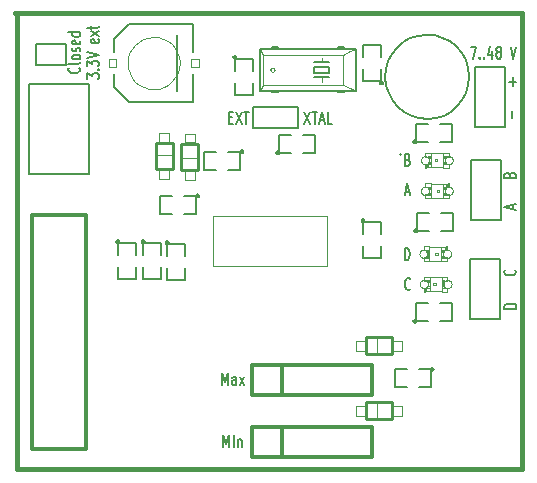
<source format=gto>
G04 (created by PCBNEW-RS274X (2010-05-05 BZR 2356)-stable) date 29/03/2011 14:52:02*
G01*
G70*
G90*
%MOIN*%
G04 Gerber Fmt 3.4, Leading zero omitted, Abs format*
%FSLAX34Y34*%
G04 APERTURE LIST*
%ADD10C,0.006000*%
%ADD11C,0.007400*%
%ADD12C,0.015000*%
%ADD13C,0.002600*%
%ADD14C,0.007000*%
%ADD15C,0.005000*%
%ADD16C,0.002500*%
%ADD17C,0.002000*%
%ADD18C,0.003000*%
%ADD19C,0.010000*%
%ADD20C,0.004000*%
%ADD21C,0.008000*%
%ADD22C,0.012000*%
%ADD23C,0.003900*%
G04 APERTURE END LIST*
G54D10*
G54D11*
X32624Y-25833D02*
X32723Y-25833D01*
X32765Y-26039D02*
X32624Y-26039D01*
X32624Y-25645D01*
X32765Y-25645D01*
X32863Y-25645D02*
X33060Y-26039D01*
X33060Y-25645D02*
X32863Y-26039D01*
X33130Y-25645D02*
X33299Y-25645D01*
X33214Y-26039D02*
X33214Y-25645D01*
X35133Y-25645D02*
X35330Y-26039D01*
X35330Y-25645D02*
X35133Y-26039D01*
X35400Y-25645D02*
X35569Y-25645D01*
X35484Y-26039D02*
X35484Y-25645D01*
X35653Y-25927D02*
X35794Y-25927D01*
X35625Y-26039D02*
X35723Y-25645D01*
X35822Y-26039D01*
X36061Y-26039D02*
X35920Y-26039D01*
X35920Y-25645D01*
X27632Y-24169D02*
X27651Y-24183D01*
X27669Y-24225D01*
X27669Y-24253D01*
X27651Y-24296D01*
X27613Y-24324D01*
X27576Y-24338D01*
X27501Y-24352D01*
X27444Y-24352D01*
X27369Y-24338D01*
X27332Y-24324D01*
X27294Y-24296D01*
X27275Y-24253D01*
X27275Y-24225D01*
X27294Y-24183D01*
X27313Y-24169D01*
X27669Y-24001D02*
X27651Y-24029D01*
X27613Y-24043D01*
X27275Y-24043D01*
X27669Y-23846D02*
X27651Y-23874D01*
X27632Y-23888D01*
X27594Y-23902D01*
X27482Y-23902D01*
X27444Y-23888D01*
X27426Y-23874D01*
X27407Y-23846D01*
X27407Y-23803D01*
X27426Y-23775D01*
X27444Y-23761D01*
X27482Y-23747D01*
X27594Y-23747D01*
X27632Y-23761D01*
X27651Y-23775D01*
X27669Y-23803D01*
X27669Y-23846D01*
X27651Y-23635D02*
X27669Y-23607D01*
X27669Y-23551D01*
X27651Y-23522D01*
X27613Y-23508D01*
X27594Y-23508D01*
X27557Y-23522D01*
X27538Y-23551D01*
X27538Y-23593D01*
X27519Y-23621D01*
X27482Y-23635D01*
X27463Y-23635D01*
X27426Y-23621D01*
X27407Y-23593D01*
X27407Y-23551D01*
X27426Y-23522D01*
X27651Y-23269D02*
X27669Y-23297D01*
X27669Y-23354D01*
X27651Y-23382D01*
X27613Y-23396D01*
X27463Y-23396D01*
X27426Y-23382D01*
X27407Y-23354D01*
X27407Y-23297D01*
X27426Y-23269D01*
X27463Y-23255D01*
X27501Y-23255D01*
X27538Y-23396D01*
X27669Y-23002D02*
X27275Y-23002D01*
X27651Y-23002D02*
X27669Y-23030D01*
X27669Y-23087D01*
X27651Y-23115D01*
X27632Y-23129D01*
X27594Y-23143D01*
X27482Y-23143D01*
X27444Y-23129D01*
X27426Y-23115D01*
X27407Y-23087D01*
X27407Y-23030D01*
X27426Y-23002D01*
X27900Y-24548D02*
X27900Y-24365D01*
X28051Y-24464D01*
X28051Y-24421D01*
X28069Y-24393D01*
X28088Y-24379D01*
X28126Y-24365D01*
X28219Y-24365D01*
X28257Y-24379D01*
X28276Y-24393D01*
X28294Y-24421D01*
X28294Y-24506D01*
X28276Y-24534D01*
X28257Y-24548D01*
X28257Y-24239D02*
X28276Y-24225D01*
X28294Y-24239D01*
X28276Y-24253D01*
X28257Y-24239D01*
X28294Y-24239D01*
X27900Y-24127D02*
X27900Y-23944D01*
X28051Y-24043D01*
X28051Y-24000D01*
X28069Y-23972D01*
X28088Y-23958D01*
X28126Y-23944D01*
X28219Y-23944D01*
X28257Y-23958D01*
X28276Y-23972D01*
X28294Y-24000D01*
X28294Y-24085D01*
X28276Y-24113D01*
X28257Y-24127D01*
X27900Y-23860D02*
X28294Y-23762D01*
X27900Y-23663D01*
X28276Y-23227D02*
X28294Y-23255D01*
X28294Y-23312D01*
X28276Y-23340D01*
X28238Y-23354D01*
X28088Y-23354D01*
X28051Y-23340D01*
X28032Y-23312D01*
X28032Y-23255D01*
X28051Y-23227D01*
X28088Y-23213D01*
X28126Y-23213D01*
X28163Y-23354D01*
X28294Y-23115D02*
X28032Y-22960D01*
X28032Y-23115D02*
X28294Y-22960D01*
X28032Y-22890D02*
X28032Y-22778D01*
X27900Y-22848D02*
X28238Y-22848D01*
X28276Y-22834D01*
X28294Y-22806D01*
X28294Y-22778D01*
X38672Y-31542D02*
X38658Y-31561D01*
X38616Y-31579D01*
X38588Y-31579D01*
X38545Y-31561D01*
X38517Y-31523D01*
X38503Y-31486D01*
X38489Y-31411D01*
X38489Y-31354D01*
X38503Y-31279D01*
X38517Y-31242D01*
X38545Y-31204D01*
X38588Y-31185D01*
X38616Y-31185D01*
X38658Y-31204D01*
X38672Y-31223D01*
X38493Y-30589D02*
X38493Y-30195D01*
X38563Y-30195D01*
X38606Y-30214D01*
X38634Y-30252D01*
X38648Y-30289D01*
X38662Y-30364D01*
X38662Y-30421D01*
X38648Y-30496D01*
X38634Y-30533D01*
X38606Y-30571D01*
X38563Y-30589D01*
X38493Y-30589D01*
X38510Y-28317D02*
X38651Y-28317D01*
X38482Y-28429D02*
X38580Y-28035D01*
X38679Y-28429D01*
X38335Y-27037D02*
X38377Y-27093D01*
X38588Y-27243D02*
X38630Y-27262D01*
X38644Y-27281D01*
X38658Y-27318D01*
X38658Y-27374D01*
X38644Y-27412D01*
X38630Y-27431D01*
X38602Y-27449D01*
X38489Y-27449D01*
X38489Y-27055D01*
X38588Y-27055D01*
X38616Y-27074D01*
X38630Y-27093D01*
X38644Y-27131D01*
X38644Y-27168D01*
X38630Y-27206D01*
X38616Y-27224D01*
X38588Y-27243D01*
X38489Y-27243D01*
X32409Y-34749D02*
X32409Y-34355D01*
X32508Y-34637D01*
X32606Y-34355D01*
X32606Y-34749D01*
X32873Y-34749D02*
X32873Y-34543D01*
X32859Y-34506D01*
X32831Y-34487D01*
X32774Y-34487D01*
X32746Y-34506D01*
X32873Y-34731D02*
X32845Y-34749D01*
X32774Y-34749D01*
X32746Y-34731D01*
X32732Y-34693D01*
X32732Y-34656D01*
X32746Y-34618D01*
X32774Y-34599D01*
X32845Y-34599D01*
X32873Y-34581D01*
X32985Y-34749D02*
X33140Y-34487D01*
X32985Y-34487D02*
X33140Y-34749D01*
X32448Y-36829D02*
X32448Y-36435D01*
X32547Y-36717D01*
X32645Y-36435D01*
X32645Y-36829D01*
X32785Y-36829D02*
X32785Y-36435D01*
X32925Y-36567D02*
X32925Y-36829D01*
X32925Y-36604D02*
X32939Y-36586D01*
X32967Y-36567D01*
X33010Y-36567D01*
X33038Y-36586D01*
X33052Y-36623D01*
X33052Y-36829D01*
X40682Y-23475D02*
X40879Y-23475D01*
X40752Y-23869D01*
X40991Y-23832D02*
X41005Y-23851D01*
X40991Y-23869D01*
X40977Y-23851D01*
X40991Y-23832D01*
X40991Y-23869D01*
X41131Y-23832D02*
X41145Y-23851D01*
X41131Y-23869D01*
X41117Y-23851D01*
X41131Y-23832D01*
X41131Y-23869D01*
X41398Y-23607D02*
X41398Y-23869D01*
X41327Y-23457D02*
X41257Y-23738D01*
X41440Y-23738D01*
X41594Y-23644D02*
X41566Y-23626D01*
X41552Y-23607D01*
X41538Y-23569D01*
X41538Y-23551D01*
X41552Y-23513D01*
X41566Y-23494D01*
X41594Y-23475D01*
X41651Y-23475D01*
X41679Y-23494D01*
X41693Y-23513D01*
X41707Y-23551D01*
X41707Y-23569D01*
X41693Y-23607D01*
X41679Y-23626D01*
X41651Y-23644D01*
X41594Y-23644D01*
X41566Y-23663D01*
X41552Y-23682D01*
X41538Y-23719D01*
X41538Y-23794D01*
X41552Y-23832D01*
X41566Y-23851D01*
X41594Y-23869D01*
X41651Y-23869D01*
X41679Y-23851D01*
X41693Y-23832D01*
X41707Y-23794D01*
X41707Y-23719D01*
X41693Y-23682D01*
X41679Y-23663D01*
X41651Y-23644D01*
X42016Y-23475D02*
X42114Y-23869D01*
X42213Y-23475D01*
X41978Y-24649D02*
X42203Y-24649D01*
X42091Y-24799D02*
X42091Y-24499D01*
X42069Y-25842D02*
X42069Y-25617D01*
X42162Y-30918D02*
X42181Y-30932D01*
X42199Y-30974D01*
X42199Y-31002D01*
X42181Y-31045D01*
X42143Y-31073D01*
X42106Y-31087D01*
X42031Y-31101D01*
X41974Y-31101D01*
X41899Y-31087D01*
X41862Y-31073D01*
X41824Y-31045D01*
X41805Y-31002D01*
X41805Y-30974D01*
X41824Y-30932D01*
X41843Y-30918D01*
X42209Y-32207D02*
X41815Y-32207D01*
X41815Y-32137D01*
X41834Y-32094D01*
X41872Y-32066D01*
X41909Y-32052D01*
X41984Y-32038D01*
X42041Y-32038D01*
X42116Y-32052D01*
X42153Y-32066D01*
X42191Y-32094D01*
X42209Y-32137D01*
X42209Y-32207D01*
X41993Y-27748D02*
X42012Y-27706D01*
X42031Y-27692D01*
X42068Y-27678D01*
X42124Y-27678D01*
X42162Y-27692D01*
X42181Y-27706D01*
X42199Y-27734D01*
X42199Y-27847D01*
X41805Y-27847D01*
X41805Y-27748D01*
X41824Y-27720D01*
X41843Y-27706D01*
X41881Y-27692D01*
X41918Y-27692D01*
X41956Y-27706D01*
X41974Y-27720D01*
X41993Y-27748D01*
X41993Y-27847D01*
X42097Y-28890D02*
X42097Y-28749D01*
X42209Y-28918D02*
X41815Y-28820D01*
X42209Y-28721D01*
G54D12*
X25550Y-22360D02*
X25600Y-22360D01*
X25550Y-37560D02*
X25550Y-22360D01*
X42400Y-37560D02*
X25550Y-37560D01*
X42400Y-22360D02*
X42400Y-37560D01*
X25500Y-22360D02*
X42400Y-22360D01*
G54D13*
X31370Y-24145D02*
X31620Y-24145D01*
X31620Y-24145D02*
X31620Y-23895D01*
X31370Y-23895D02*
X31620Y-23895D01*
X31370Y-24145D02*
X31370Y-23895D01*
X28620Y-24145D02*
X28870Y-24145D01*
X28870Y-24145D02*
X28870Y-23895D01*
X28620Y-23895D02*
X28870Y-23895D01*
X28620Y-24145D02*
X28620Y-23895D01*
G54D14*
X31432Y-22708D02*
X31432Y-23645D01*
X31432Y-24395D02*
X31432Y-25332D01*
X31432Y-25332D02*
X29308Y-25332D01*
X29308Y-25332D02*
X28808Y-24832D01*
X28808Y-24832D02*
X28808Y-24395D01*
X31432Y-22708D02*
X29308Y-22708D01*
X29308Y-22708D02*
X28808Y-23208D01*
X28808Y-23208D02*
X28808Y-23645D01*
G54D15*
X30895Y-23076D02*
X30895Y-24964D01*
G54D16*
X30989Y-24020D02*
X30972Y-24188D01*
X30923Y-24351D01*
X30843Y-24500D01*
X30736Y-24632D01*
X30605Y-24740D01*
X30456Y-24821D01*
X30294Y-24871D01*
X30126Y-24888D01*
X29958Y-24873D01*
X29795Y-24825D01*
X29645Y-24747D01*
X29512Y-24640D01*
X29403Y-24510D01*
X29322Y-24362D01*
X29270Y-24200D01*
X29252Y-24032D01*
X29266Y-23864D01*
X29313Y-23701D01*
X29390Y-23550D01*
X29495Y-23417D01*
X29625Y-23307D01*
X29773Y-23224D01*
X29934Y-23172D01*
X30102Y-23152D01*
X30270Y-23165D01*
X30434Y-23210D01*
X30585Y-23287D01*
X30719Y-23391D01*
X30830Y-23520D01*
X30913Y-23667D01*
X30967Y-23828D01*
X30988Y-23996D01*
X30989Y-24020D01*
G54D17*
X36080Y-23740D02*
X34480Y-23740D01*
G54D10*
X36080Y-23540D02*
X34480Y-23540D01*
G54D17*
X34480Y-24740D02*
X36080Y-24740D01*
G54D10*
X36080Y-24940D02*
X34480Y-24940D01*
X36880Y-23540D02*
X36880Y-24940D01*
G54D17*
X36430Y-24390D02*
X36430Y-24090D01*
G54D10*
X36880Y-23540D02*
X36680Y-23540D01*
G54D17*
X36680Y-23629D02*
X36880Y-23540D01*
X36080Y-24740D02*
X36430Y-24740D01*
X36430Y-24740D02*
X36430Y-24390D01*
G54D10*
X36280Y-23490D02*
X36280Y-23540D01*
X36480Y-23490D02*
X36480Y-23540D01*
X36480Y-23490D02*
X36280Y-23490D01*
G54D17*
X36430Y-24090D02*
X36430Y-23740D01*
X36430Y-23740D02*
X36080Y-23740D01*
G54D10*
X36680Y-23540D02*
X36080Y-23540D01*
G54D17*
X36430Y-23740D02*
X36680Y-23629D01*
G54D10*
X36880Y-24940D02*
X36680Y-24940D01*
G54D17*
X36680Y-24851D02*
X36880Y-24940D01*
X36430Y-24740D02*
X36680Y-24851D01*
G54D10*
X36480Y-24940D02*
X36480Y-24990D01*
X36280Y-24990D02*
X36280Y-24940D01*
X36480Y-24990D02*
X36280Y-24990D01*
X36680Y-24940D02*
X36080Y-24940D01*
X33680Y-23540D02*
X33680Y-24940D01*
G54D17*
X33780Y-24740D02*
X33780Y-23740D01*
X33780Y-23740D02*
X33680Y-23540D01*
X33880Y-23740D02*
X33780Y-23740D01*
G54D10*
X33880Y-23540D02*
X33680Y-23540D01*
G54D17*
X33780Y-24740D02*
X33880Y-24740D01*
X33880Y-24740D02*
X34480Y-24740D01*
G54D10*
X34080Y-23490D02*
X34080Y-23540D01*
X34280Y-23540D02*
X34280Y-23490D01*
X34280Y-23490D02*
X34080Y-23490D01*
G54D17*
X34480Y-23740D02*
X33880Y-23740D01*
G54D10*
X34480Y-23540D02*
X33880Y-23540D01*
G54D17*
X33780Y-24740D02*
X33680Y-24940D01*
G54D10*
X33880Y-24940D02*
X33680Y-24940D01*
X34280Y-24990D02*
X34280Y-24940D01*
X34080Y-24940D02*
X34080Y-24990D01*
X34280Y-24990D02*
X34080Y-24990D01*
X34480Y-24940D02*
X33880Y-24940D01*
X35980Y-24140D02*
X35480Y-24140D01*
X35480Y-24140D02*
X35480Y-24340D01*
X35480Y-24340D02*
X35980Y-24340D01*
X35980Y-24340D02*
X35980Y-24140D01*
X35980Y-24490D02*
X35730Y-24490D01*
X35730Y-24490D02*
X35480Y-24490D01*
G54D17*
X35730Y-24490D02*
X35730Y-24640D01*
G54D10*
X35980Y-23990D02*
X35730Y-23990D01*
X35730Y-23990D02*
X35480Y-23990D01*
G54D17*
X35730Y-23990D02*
X35730Y-23840D01*
G54D18*
X34150Y-24240D02*
X34148Y-24253D01*
X34144Y-24266D01*
X34138Y-24278D01*
X34129Y-24289D01*
X34119Y-24298D01*
X34107Y-24304D01*
X34094Y-24308D01*
X34080Y-24309D01*
X34067Y-24308D01*
X34054Y-24304D01*
X34042Y-24298D01*
X34032Y-24290D01*
X34023Y-24279D01*
X34016Y-24267D01*
X34012Y-24254D01*
X34011Y-24240D01*
X34012Y-24228D01*
X34015Y-24215D01*
X34022Y-24203D01*
X34030Y-24192D01*
X34041Y-24183D01*
X34052Y-24176D01*
X34065Y-24172D01*
X34079Y-24171D01*
X34092Y-24172D01*
X34105Y-24175D01*
X34117Y-24181D01*
X34128Y-24190D01*
X34137Y-24200D01*
X34143Y-24212D01*
X34148Y-24225D01*
X34149Y-24239D01*
X34150Y-24240D01*
G54D13*
X36863Y-33617D02*
X37158Y-33617D01*
X37158Y-33617D02*
X37158Y-33283D01*
X36863Y-33283D02*
X37158Y-33283D01*
X36863Y-33617D02*
X36863Y-33283D01*
X38102Y-33617D02*
X38397Y-33617D01*
X38397Y-33617D02*
X38397Y-33283D01*
X38102Y-33283D02*
X38397Y-33283D01*
X38102Y-33617D02*
X38102Y-33283D01*
X37217Y-33695D02*
X37571Y-33695D01*
X37571Y-33695D02*
X37571Y-33165D01*
X37217Y-33165D02*
X37571Y-33165D01*
X37217Y-33695D02*
X37217Y-33165D01*
G54D19*
X37197Y-33165D02*
X38063Y-33165D01*
X38063Y-33165D02*
X38063Y-33715D01*
X38063Y-33715D02*
X37197Y-33715D01*
X37197Y-33715D02*
X37197Y-33165D01*
G54D15*
X27200Y-23370D02*
X26200Y-23370D01*
X26200Y-24070D02*
X27200Y-24070D01*
X26200Y-24070D02*
X26200Y-23370D01*
X27200Y-23370D02*
X27200Y-24070D01*
X33440Y-26200D02*
X34940Y-26200D01*
X34940Y-26200D02*
X34940Y-25500D01*
X34940Y-25500D02*
X33440Y-25500D01*
X33440Y-26200D02*
X33440Y-25500D01*
G54D13*
X39706Y-30498D02*
X39706Y-30626D01*
X39706Y-30626D02*
X39903Y-30626D01*
X39903Y-30498D02*
X39903Y-30626D01*
X39706Y-30498D02*
X39903Y-30498D01*
X39706Y-30253D02*
X39706Y-30312D01*
X39706Y-30312D02*
X39805Y-30312D01*
X39805Y-30253D02*
X39805Y-30312D01*
X39706Y-30253D02*
X39805Y-30253D01*
X39706Y-30448D02*
X39706Y-30507D01*
X39706Y-30507D02*
X39805Y-30507D01*
X39805Y-30448D02*
X39805Y-30507D01*
X39706Y-30448D02*
X39805Y-30448D01*
X39706Y-30302D02*
X39706Y-30458D01*
X39706Y-30458D02*
X39775Y-30458D01*
X39775Y-30302D02*
X39775Y-30458D01*
X39706Y-30302D02*
X39775Y-30302D01*
X39117Y-30498D02*
X39117Y-30626D01*
X39117Y-30626D02*
X39314Y-30626D01*
X39314Y-30498D02*
X39314Y-30626D01*
X39117Y-30498D02*
X39314Y-30498D01*
X39117Y-30134D02*
X39117Y-30262D01*
X39117Y-30262D02*
X39314Y-30262D01*
X39314Y-30134D02*
X39314Y-30262D01*
X39117Y-30134D02*
X39314Y-30134D01*
X39215Y-30448D02*
X39215Y-30507D01*
X39215Y-30507D02*
X39314Y-30507D01*
X39314Y-30448D02*
X39314Y-30507D01*
X39215Y-30448D02*
X39314Y-30448D01*
X39215Y-30253D02*
X39215Y-30312D01*
X39215Y-30312D02*
X39314Y-30312D01*
X39314Y-30253D02*
X39314Y-30312D01*
X39215Y-30253D02*
X39314Y-30253D01*
X39245Y-30302D02*
X39245Y-30458D01*
X39245Y-30458D02*
X39314Y-30458D01*
X39314Y-30302D02*
X39314Y-30458D01*
X39245Y-30302D02*
X39314Y-30302D01*
X39510Y-30341D02*
X39510Y-30419D01*
X39510Y-30419D02*
X39588Y-30419D01*
X39588Y-30341D02*
X39588Y-30419D01*
X39510Y-30341D02*
X39588Y-30341D01*
X39706Y-30144D02*
X39706Y-30262D01*
X39706Y-30262D02*
X39824Y-30262D01*
X39824Y-30144D02*
X39824Y-30262D01*
X39706Y-30144D02*
X39824Y-30144D01*
X39874Y-30134D02*
X39874Y-30223D01*
X39874Y-30223D02*
X39903Y-30223D01*
X39903Y-30134D02*
X39903Y-30223D01*
X39874Y-30134D02*
X39903Y-30134D01*
G54D20*
X39716Y-30606D02*
X39304Y-30606D01*
X39314Y-30154D02*
X39874Y-30154D01*
G54D17*
X39872Y-30203D02*
X39871Y-30208D01*
X39869Y-30213D01*
X39867Y-30218D01*
X39863Y-30222D01*
X39859Y-30226D01*
X39854Y-30228D01*
X39849Y-30230D01*
X39844Y-30230D01*
X39839Y-30230D01*
X39834Y-30228D01*
X39829Y-30226D01*
X39825Y-30223D01*
X39821Y-30218D01*
X39819Y-30214D01*
X39817Y-30208D01*
X39817Y-30203D01*
X39817Y-30198D01*
X39818Y-30193D01*
X39821Y-30188D01*
X39824Y-30184D01*
X39829Y-30181D01*
X39833Y-30178D01*
X39838Y-30176D01*
X39844Y-30176D01*
X39848Y-30176D01*
X39854Y-30177D01*
X39859Y-30180D01*
X39863Y-30183D01*
X39866Y-30187D01*
X39869Y-30192D01*
X39871Y-30197D01*
X39871Y-30203D01*
X39872Y-30203D01*
G54D20*
X39903Y-30243D02*
X39892Y-30244D01*
X39880Y-30246D01*
X39868Y-30248D01*
X39857Y-30252D01*
X39846Y-30256D01*
X39835Y-30262D01*
X39825Y-30268D01*
X39815Y-30276D01*
X39807Y-30284D01*
X39799Y-30292D01*
X39791Y-30302D01*
X39785Y-30312D01*
X39779Y-30323D01*
X39775Y-30334D01*
X39771Y-30345D01*
X39769Y-30357D01*
X39767Y-30369D01*
X39766Y-30380D01*
X39767Y-30391D01*
X39769Y-30403D01*
X39771Y-30415D01*
X39775Y-30426D01*
X39779Y-30437D01*
X39785Y-30448D01*
X39791Y-30458D01*
X39799Y-30468D01*
X39807Y-30476D01*
X39815Y-30484D01*
X39825Y-30492D01*
X39835Y-30498D01*
X39846Y-30504D01*
X39857Y-30508D01*
X39868Y-30512D01*
X39880Y-30514D01*
X39892Y-30516D01*
X39903Y-30517D01*
X39914Y-30516D01*
X39926Y-30514D01*
X39938Y-30512D01*
X39949Y-30508D01*
X39960Y-30504D01*
X39971Y-30498D01*
X39981Y-30492D01*
X39991Y-30484D01*
X39999Y-30476D01*
X40007Y-30468D01*
X40015Y-30458D01*
X40021Y-30448D01*
X40027Y-30437D01*
X40031Y-30426D01*
X40035Y-30415D01*
X40037Y-30403D01*
X40039Y-30391D01*
X40040Y-30380D01*
X40039Y-30369D01*
X40037Y-30357D01*
X40035Y-30345D01*
X40031Y-30334D01*
X40027Y-30323D01*
X40021Y-30312D01*
X40015Y-30302D01*
X40007Y-30292D01*
X39999Y-30284D01*
X39991Y-30276D01*
X39981Y-30268D01*
X39971Y-30262D01*
X39960Y-30256D01*
X39949Y-30252D01*
X39938Y-30248D01*
X39926Y-30246D01*
X39914Y-30244D01*
X39903Y-30243D01*
X39892Y-30244D01*
X39880Y-30246D01*
X39868Y-30248D01*
X39857Y-30252D01*
X39846Y-30256D01*
X39835Y-30262D01*
X39825Y-30268D01*
X39815Y-30276D01*
X39807Y-30284D01*
X39799Y-30292D01*
X39791Y-30302D01*
X39785Y-30312D01*
X39779Y-30323D01*
X39775Y-30334D01*
X39771Y-30345D01*
X39769Y-30357D01*
X39767Y-30369D01*
X39766Y-30380D01*
X39767Y-30391D01*
X39769Y-30403D01*
X39771Y-30415D01*
X39775Y-30426D01*
X39779Y-30437D01*
X39785Y-30448D01*
X39791Y-30458D01*
X39799Y-30468D01*
X39807Y-30476D01*
X39815Y-30484D01*
X39825Y-30492D01*
X39835Y-30498D01*
X39846Y-30504D01*
X39857Y-30508D01*
X39868Y-30512D01*
X39880Y-30514D01*
X39892Y-30516D01*
X39903Y-30517D01*
X39117Y-30517D02*
X39128Y-30516D01*
X39140Y-30514D01*
X39152Y-30512D01*
X39163Y-30508D01*
X39174Y-30504D01*
X39185Y-30498D01*
X39195Y-30492D01*
X39205Y-30484D01*
X39213Y-30476D01*
X39221Y-30468D01*
X39229Y-30458D01*
X39235Y-30448D01*
X39241Y-30437D01*
X39245Y-30426D01*
X39249Y-30415D01*
X39251Y-30403D01*
X39253Y-30391D01*
X39254Y-30380D01*
X39253Y-30369D01*
X39251Y-30357D01*
X39249Y-30345D01*
X39245Y-30334D01*
X39241Y-30323D01*
X39235Y-30312D01*
X39229Y-30302D01*
X39221Y-30292D01*
X39213Y-30284D01*
X39205Y-30276D01*
X39195Y-30268D01*
X39185Y-30262D01*
X39174Y-30256D01*
X39163Y-30252D01*
X39152Y-30248D01*
X39140Y-30246D01*
X39128Y-30244D01*
X39117Y-30243D01*
X39106Y-30244D01*
X39094Y-30246D01*
X39082Y-30248D01*
X39071Y-30252D01*
X39060Y-30256D01*
X39049Y-30262D01*
X39039Y-30268D01*
X39029Y-30276D01*
X39021Y-30284D01*
X39013Y-30292D01*
X39005Y-30302D01*
X38999Y-30312D01*
X38993Y-30323D01*
X38989Y-30334D01*
X38985Y-30345D01*
X38983Y-30357D01*
X38981Y-30369D01*
X38980Y-30380D01*
X38981Y-30391D01*
X38983Y-30403D01*
X38985Y-30415D01*
X38989Y-30426D01*
X38993Y-30437D01*
X38999Y-30448D01*
X39005Y-30458D01*
X39013Y-30468D01*
X39021Y-30476D01*
X39029Y-30484D01*
X39039Y-30492D01*
X39049Y-30498D01*
X39060Y-30504D01*
X39071Y-30508D01*
X39082Y-30512D01*
X39094Y-30514D01*
X39106Y-30516D01*
X39117Y-30517D01*
X39128Y-30516D01*
X39140Y-30514D01*
X39152Y-30512D01*
X39163Y-30508D01*
X39174Y-30504D01*
X39185Y-30498D01*
X39195Y-30492D01*
X39205Y-30484D01*
X39213Y-30476D01*
X39221Y-30468D01*
X39229Y-30458D01*
X39235Y-30448D01*
X39241Y-30437D01*
X39245Y-30426D01*
X39249Y-30415D01*
X39251Y-30403D01*
X39253Y-30391D01*
X39254Y-30380D01*
X39253Y-30369D01*
X39251Y-30357D01*
X39249Y-30345D01*
X39245Y-30334D01*
X39241Y-30323D01*
X39235Y-30312D01*
X39229Y-30302D01*
X39221Y-30292D01*
X39213Y-30284D01*
X39205Y-30276D01*
X39195Y-30268D01*
X39185Y-30262D01*
X39174Y-30256D01*
X39163Y-30252D01*
X39152Y-30248D01*
X39140Y-30246D01*
X39128Y-30244D01*
X39117Y-30243D01*
G54D13*
X39324Y-31272D02*
X39324Y-31144D01*
X39324Y-31144D02*
X39127Y-31144D01*
X39127Y-31272D02*
X39127Y-31144D01*
X39324Y-31272D02*
X39127Y-31272D01*
X39324Y-31517D02*
X39324Y-31458D01*
X39324Y-31458D02*
X39225Y-31458D01*
X39225Y-31517D02*
X39225Y-31458D01*
X39324Y-31517D02*
X39225Y-31517D01*
X39324Y-31322D02*
X39324Y-31263D01*
X39324Y-31263D02*
X39225Y-31263D01*
X39225Y-31322D02*
X39225Y-31263D01*
X39324Y-31322D02*
X39225Y-31322D01*
X39324Y-31468D02*
X39324Y-31312D01*
X39324Y-31312D02*
X39255Y-31312D01*
X39255Y-31468D02*
X39255Y-31312D01*
X39324Y-31468D02*
X39255Y-31468D01*
X39913Y-31272D02*
X39913Y-31144D01*
X39913Y-31144D02*
X39716Y-31144D01*
X39716Y-31272D02*
X39716Y-31144D01*
X39913Y-31272D02*
X39716Y-31272D01*
X39913Y-31636D02*
X39913Y-31508D01*
X39913Y-31508D02*
X39716Y-31508D01*
X39716Y-31636D02*
X39716Y-31508D01*
X39913Y-31636D02*
X39716Y-31636D01*
X39815Y-31322D02*
X39815Y-31263D01*
X39815Y-31263D02*
X39716Y-31263D01*
X39716Y-31322D02*
X39716Y-31263D01*
X39815Y-31322D02*
X39716Y-31322D01*
X39815Y-31517D02*
X39815Y-31458D01*
X39815Y-31458D02*
X39716Y-31458D01*
X39716Y-31517D02*
X39716Y-31458D01*
X39815Y-31517D02*
X39716Y-31517D01*
X39785Y-31468D02*
X39785Y-31312D01*
X39785Y-31312D02*
X39716Y-31312D01*
X39716Y-31468D02*
X39716Y-31312D01*
X39785Y-31468D02*
X39716Y-31468D01*
X39520Y-31429D02*
X39520Y-31351D01*
X39520Y-31351D02*
X39442Y-31351D01*
X39442Y-31429D02*
X39442Y-31351D01*
X39520Y-31429D02*
X39442Y-31429D01*
X39324Y-31626D02*
X39324Y-31508D01*
X39324Y-31508D02*
X39206Y-31508D01*
X39206Y-31626D02*
X39206Y-31508D01*
X39324Y-31626D02*
X39206Y-31626D01*
X39156Y-31636D02*
X39156Y-31547D01*
X39156Y-31547D02*
X39127Y-31547D01*
X39127Y-31636D02*
X39127Y-31547D01*
X39156Y-31636D02*
X39127Y-31636D01*
G54D20*
X39314Y-31164D02*
X39726Y-31164D01*
X39716Y-31616D02*
X39156Y-31616D01*
G54D17*
X39214Y-31567D02*
X39213Y-31572D01*
X39211Y-31577D01*
X39209Y-31582D01*
X39205Y-31586D01*
X39201Y-31590D01*
X39196Y-31592D01*
X39191Y-31594D01*
X39186Y-31594D01*
X39181Y-31594D01*
X39176Y-31592D01*
X39171Y-31590D01*
X39167Y-31587D01*
X39163Y-31582D01*
X39161Y-31578D01*
X39159Y-31572D01*
X39159Y-31567D01*
X39159Y-31562D01*
X39160Y-31557D01*
X39163Y-31552D01*
X39166Y-31548D01*
X39171Y-31545D01*
X39175Y-31542D01*
X39180Y-31540D01*
X39186Y-31540D01*
X39190Y-31540D01*
X39196Y-31541D01*
X39201Y-31544D01*
X39205Y-31547D01*
X39208Y-31551D01*
X39211Y-31556D01*
X39213Y-31561D01*
X39213Y-31567D01*
X39214Y-31567D01*
G54D20*
X39127Y-31527D02*
X39138Y-31526D01*
X39150Y-31524D01*
X39162Y-31522D01*
X39173Y-31518D01*
X39184Y-31514D01*
X39195Y-31508D01*
X39205Y-31502D01*
X39215Y-31494D01*
X39223Y-31486D01*
X39231Y-31478D01*
X39239Y-31468D01*
X39245Y-31458D01*
X39251Y-31447D01*
X39255Y-31436D01*
X39259Y-31425D01*
X39261Y-31413D01*
X39263Y-31401D01*
X39264Y-31390D01*
X39263Y-31379D01*
X39261Y-31367D01*
X39259Y-31355D01*
X39255Y-31344D01*
X39251Y-31333D01*
X39245Y-31322D01*
X39239Y-31312D01*
X39231Y-31302D01*
X39223Y-31294D01*
X39215Y-31286D01*
X39205Y-31278D01*
X39195Y-31272D01*
X39184Y-31266D01*
X39173Y-31262D01*
X39162Y-31258D01*
X39150Y-31256D01*
X39138Y-31254D01*
X39127Y-31253D01*
X39116Y-31254D01*
X39104Y-31256D01*
X39092Y-31258D01*
X39081Y-31262D01*
X39070Y-31266D01*
X39059Y-31272D01*
X39049Y-31278D01*
X39039Y-31286D01*
X39031Y-31294D01*
X39023Y-31302D01*
X39015Y-31312D01*
X39009Y-31322D01*
X39003Y-31333D01*
X38999Y-31344D01*
X38995Y-31355D01*
X38993Y-31367D01*
X38991Y-31379D01*
X38990Y-31390D01*
X38991Y-31401D01*
X38993Y-31413D01*
X38995Y-31425D01*
X38999Y-31436D01*
X39003Y-31447D01*
X39009Y-31458D01*
X39015Y-31468D01*
X39023Y-31478D01*
X39031Y-31486D01*
X39039Y-31494D01*
X39049Y-31502D01*
X39059Y-31508D01*
X39070Y-31514D01*
X39081Y-31518D01*
X39092Y-31522D01*
X39104Y-31524D01*
X39116Y-31526D01*
X39127Y-31527D01*
X39138Y-31526D01*
X39150Y-31524D01*
X39162Y-31522D01*
X39173Y-31518D01*
X39184Y-31514D01*
X39195Y-31508D01*
X39205Y-31502D01*
X39215Y-31494D01*
X39223Y-31486D01*
X39231Y-31478D01*
X39239Y-31468D01*
X39245Y-31458D01*
X39251Y-31447D01*
X39255Y-31436D01*
X39259Y-31425D01*
X39261Y-31413D01*
X39263Y-31401D01*
X39264Y-31390D01*
X39263Y-31379D01*
X39261Y-31367D01*
X39259Y-31355D01*
X39255Y-31344D01*
X39251Y-31333D01*
X39245Y-31322D01*
X39239Y-31312D01*
X39231Y-31302D01*
X39223Y-31294D01*
X39215Y-31286D01*
X39205Y-31278D01*
X39195Y-31272D01*
X39184Y-31266D01*
X39173Y-31262D01*
X39162Y-31258D01*
X39150Y-31256D01*
X39138Y-31254D01*
X39127Y-31253D01*
X39913Y-31253D02*
X39902Y-31254D01*
X39890Y-31256D01*
X39878Y-31258D01*
X39867Y-31262D01*
X39856Y-31266D01*
X39845Y-31272D01*
X39835Y-31278D01*
X39825Y-31286D01*
X39817Y-31294D01*
X39809Y-31302D01*
X39801Y-31312D01*
X39795Y-31322D01*
X39789Y-31333D01*
X39785Y-31344D01*
X39781Y-31355D01*
X39779Y-31367D01*
X39777Y-31379D01*
X39776Y-31390D01*
X39777Y-31401D01*
X39779Y-31413D01*
X39781Y-31425D01*
X39785Y-31436D01*
X39789Y-31447D01*
X39795Y-31458D01*
X39801Y-31468D01*
X39809Y-31478D01*
X39817Y-31486D01*
X39825Y-31494D01*
X39835Y-31502D01*
X39845Y-31508D01*
X39856Y-31514D01*
X39867Y-31518D01*
X39878Y-31522D01*
X39890Y-31524D01*
X39902Y-31526D01*
X39913Y-31527D01*
X39924Y-31526D01*
X39936Y-31524D01*
X39948Y-31522D01*
X39959Y-31518D01*
X39970Y-31514D01*
X39981Y-31508D01*
X39991Y-31502D01*
X40001Y-31494D01*
X40009Y-31486D01*
X40017Y-31478D01*
X40025Y-31468D01*
X40031Y-31458D01*
X40037Y-31447D01*
X40041Y-31436D01*
X40045Y-31425D01*
X40047Y-31413D01*
X40049Y-31401D01*
X40050Y-31390D01*
X40049Y-31379D01*
X40047Y-31367D01*
X40045Y-31355D01*
X40041Y-31344D01*
X40037Y-31333D01*
X40031Y-31322D01*
X40025Y-31312D01*
X40017Y-31302D01*
X40009Y-31294D01*
X40001Y-31286D01*
X39991Y-31278D01*
X39981Y-31272D01*
X39970Y-31266D01*
X39959Y-31262D01*
X39948Y-31258D01*
X39936Y-31256D01*
X39924Y-31254D01*
X39913Y-31253D01*
X39902Y-31254D01*
X39890Y-31256D01*
X39878Y-31258D01*
X39867Y-31262D01*
X39856Y-31266D01*
X39845Y-31272D01*
X39835Y-31278D01*
X39825Y-31286D01*
X39817Y-31294D01*
X39809Y-31302D01*
X39801Y-31312D01*
X39795Y-31322D01*
X39789Y-31333D01*
X39785Y-31344D01*
X39781Y-31355D01*
X39779Y-31367D01*
X39777Y-31379D01*
X39776Y-31390D01*
X39777Y-31401D01*
X39779Y-31413D01*
X39781Y-31425D01*
X39785Y-31436D01*
X39789Y-31447D01*
X39795Y-31458D01*
X39801Y-31468D01*
X39809Y-31478D01*
X39817Y-31486D01*
X39825Y-31494D01*
X39835Y-31502D01*
X39845Y-31508D01*
X39856Y-31514D01*
X39867Y-31518D01*
X39878Y-31522D01*
X39890Y-31524D01*
X39902Y-31526D01*
X39913Y-31527D01*
G54D13*
X39364Y-27142D02*
X39364Y-27014D01*
X39364Y-27014D02*
X39167Y-27014D01*
X39167Y-27142D02*
X39167Y-27014D01*
X39364Y-27142D02*
X39167Y-27142D01*
X39364Y-27387D02*
X39364Y-27328D01*
X39364Y-27328D02*
X39265Y-27328D01*
X39265Y-27387D02*
X39265Y-27328D01*
X39364Y-27387D02*
X39265Y-27387D01*
X39364Y-27192D02*
X39364Y-27133D01*
X39364Y-27133D02*
X39265Y-27133D01*
X39265Y-27192D02*
X39265Y-27133D01*
X39364Y-27192D02*
X39265Y-27192D01*
X39364Y-27338D02*
X39364Y-27182D01*
X39364Y-27182D02*
X39295Y-27182D01*
X39295Y-27338D02*
X39295Y-27182D01*
X39364Y-27338D02*
X39295Y-27338D01*
X39953Y-27142D02*
X39953Y-27014D01*
X39953Y-27014D02*
X39756Y-27014D01*
X39756Y-27142D02*
X39756Y-27014D01*
X39953Y-27142D02*
X39756Y-27142D01*
X39953Y-27506D02*
X39953Y-27378D01*
X39953Y-27378D02*
X39756Y-27378D01*
X39756Y-27506D02*
X39756Y-27378D01*
X39953Y-27506D02*
X39756Y-27506D01*
X39855Y-27192D02*
X39855Y-27133D01*
X39855Y-27133D02*
X39756Y-27133D01*
X39756Y-27192D02*
X39756Y-27133D01*
X39855Y-27192D02*
X39756Y-27192D01*
X39855Y-27387D02*
X39855Y-27328D01*
X39855Y-27328D02*
X39756Y-27328D01*
X39756Y-27387D02*
X39756Y-27328D01*
X39855Y-27387D02*
X39756Y-27387D01*
X39825Y-27338D02*
X39825Y-27182D01*
X39825Y-27182D02*
X39756Y-27182D01*
X39756Y-27338D02*
X39756Y-27182D01*
X39825Y-27338D02*
X39756Y-27338D01*
X39560Y-27299D02*
X39560Y-27221D01*
X39560Y-27221D02*
X39482Y-27221D01*
X39482Y-27299D02*
X39482Y-27221D01*
X39560Y-27299D02*
X39482Y-27299D01*
X39364Y-27496D02*
X39364Y-27378D01*
X39364Y-27378D02*
X39246Y-27378D01*
X39246Y-27496D02*
X39246Y-27378D01*
X39364Y-27496D02*
X39246Y-27496D01*
X39196Y-27506D02*
X39196Y-27417D01*
X39196Y-27417D02*
X39167Y-27417D01*
X39167Y-27506D02*
X39167Y-27417D01*
X39196Y-27506D02*
X39167Y-27506D01*
G54D20*
X39354Y-27034D02*
X39766Y-27034D01*
X39756Y-27486D02*
X39196Y-27486D01*
G54D17*
X39254Y-27437D02*
X39253Y-27442D01*
X39251Y-27447D01*
X39249Y-27452D01*
X39245Y-27456D01*
X39241Y-27460D01*
X39236Y-27462D01*
X39231Y-27464D01*
X39226Y-27464D01*
X39221Y-27464D01*
X39216Y-27462D01*
X39211Y-27460D01*
X39207Y-27457D01*
X39203Y-27452D01*
X39201Y-27448D01*
X39199Y-27442D01*
X39199Y-27437D01*
X39199Y-27432D01*
X39200Y-27427D01*
X39203Y-27422D01*
X39206Y-27418D01*
X39211Y-27415D01*
X39215Y-27412D01*
X39220Y-27410D01*
X39226Y-27410D01*
X39230Y-27410D01*
X39236Y-27411D01*
X39241Y-27414D01*
X39245Y-27417D01*
X39248Y-27421D01*
X39251Y-27426D01*
X39253Y-27431D01*
X39253Y-27437D01*
X39254Y-27437D01*
G54D20*
X39167Y-27397D02*
X39178Y-27396D01*
X39190Y-27394D01*
X39202Y-27392D01*
X39213Y-27388D01*
X39224Y-27384D01*
X39235Y-27378D01*
X39245Y-27372D01*
X39255Y-27364D01*
X39263Y-27356D01*
X39271Y-27348D01*
X39279Y-27338D01*
X39285Y-27328D01*
X39291Y-27317D01*
X39295Y-27306D01*
X39299Y-27295D01*
X39301Y-27283D01*
X39303Y-27271D01*
X39304Y-27260D01*
X39303Y-27249D01*
X39301Y-27237D01*
X39299Y-27225D01*
X39295Y-27214D01*
X39291Y-27203D01*
X39285Y-27192D01*
X39279Y-27182D01*
X39271Y-27172D01*
X39263Y-27164D01*
X39255Y-27156D01*
X39245Y-27148D01*
X39235Y-27142D01*
X39224Y-27136D01*
X39213Y-27132D01*
X39202Y-27128D01*
X39190Y-27126D01*
X39178Y-27124D01*
X39167Y-27123D01*
X39156Y-27124D01*
X39144Y-27126D01*
X39132Y-27128D01*
X39121Y-27132D01*
X39110Y-27136D01*
X39099Y-27142D01*
X39089Y-27148D01*
X39079Y-27156D01*
X39071Y-27164D01*
X39063Y-27172D01*
X39055Y-27182D01*
X39049Y-27192D01*
X39043Y-27203D01*
X39039Y-27214D01*
X39035Y-27225D01*
X39033Y-27237D01*
X39031Y-27249D01*
X39030Y-27260D01*
X39031Y-27271D01*
X39033Y-27283D01*
X39035Y-27295D01*
X39039Y-27306D01*
X39043Y-27317D01*
X39049Y-27328D01*
X39055Y-27338D01*
X39063Y-27348D01*
X39071Y-27356D01*
X39079Y-27364D01*
X39089Y-27372D01*
X39099Y-27378D01*
X39110Y-27384D01*
X39121Y-27388D01*
X39132Y-27392D01*
X39144Y-27394D01*
X39156Y-27396D01*
X39167Y-27397D01*
X39178Y-27396D01*
X39190Y-27394D01*
X39202Y-27392D01*
X39213Y-27388D01*
X39224Y-27384D01*
X39235Y-27378D01*
X39245Y-27372D01*
X39255Y-27364D01*
X39263Y-27356D01*
X39271Y-27348D01*
X39279Y-27338D01*
X39285Y-27328D01*
X39291Y-27317D01*
X39295Y-27306D01*
X39299Y-27295D01*
X39301Y-27283D01*
X39303Y-27271D01*
X39304Y-27260D01*
X39303Y-27249D01*
X39301Y-27237D01*
X39299Y-27225D01*
X39295Y-27214D01*
X39291Y-27203D01*
X39285Y-27192D01*
X39279Y-27182D01*
X39271Y-27172D01*
X39263Y-27164D01*
X39255Y-27156D01*
X39245Y-27148D01*
X39235Y-27142D01*
X39224Y-27136D01*
X39213Y-27132D01*
X39202Y-27128D01*
X39190Y-27126D01*
X39178Y-27124D01*
X39167Y-27123D01*
X39953Y-27123D02*
X39942Y-27124D01*
X39930Y-27126D01*
X39918Y-27128D01*
X39907Y-27132D01*
X39896Y-27136D01*
X39885Y-27142D01*
X39875Y-27148D01*
X39865Y-27156D01*
X39857Y-27164D01*
X39849Y-27172D01*
X39841Y-27182D01*
X39835Y-27192D01*
X39829Y-27203D01*
X39825Y-27214D01*
X39821Y-27225D01*
X39819Y-27237D01*
X39817Y-27249D01*
X39816Y-27260D01*
X39817Y-27271D01*
X39819Y-27283D01*
X39821Y-27295D01*
X39825Y-27306D01*
X39829Y-27317D01*
X39835Y-27328D01*
X39841Y-27338D01*
X39849Y-27348D01*
X39857Y-27356D01*
X39865Y-27364D01*
X39875Y-27372D01*
X39885Y-27378D01*
X39896Y-27384D01*
X39907Y-27388D01*
X39918Y-27392D01*
X39930Y-27394D01*
X39942Y-27396D01*
X39953Y-27397D01*
X39964Y-27396D01*
X39976Y-27394D01*
X39988Y-27392D01*
X39999Y-27388D01*
X40010Y-27384D01*
X40021Y-27378D01*
X40031Y-27372D01*
X40041Y-27364D01*
X40049Y-27356D01*
X40057Y-27348D01*
X40065Y-27338D01*
X40071Y-27328D01*
X40077Y-27317D01*
X40081Y-27306D01*
X40085Y-27295D01*
X40087Y-27283D01*
X40089Y-27271D01*
X40090Y-27260D01*
X40089Y-27249D01*
X40087Y-27237D01*
X40085Y-27225D01*
X40081Y-27214D01*
X40077Y-27203D01*
X40071Y-27192D01*
X40065Y-27182D01*
X40057Y-27172D01*
X40049Y-27164D01*
X40041Y-27156D01*
X40031Y-27148D01*
X40021Y-27142D01*
X40010Y-27136D01*
X39999Y-27132D01*
X39988Y-27128D01*
X39976Y-27126D01*
X39964Y-27124D01*
X39953Y-27123D01*
X39942Y-27124D01*
X39930Y-27126D01*
X39918Y-27128D01*
X39907Y-27132D01*
X39896Y-27136D01*
X39885Y-27142D01*
X39875Y-27148D01*
X39865Y-27156D01*
X39857Y-27164D01*
X39849Y-27172D01*
X39841Y-27182D01*
X39835Y-27192D01*
X39829Y-27203D01*
X39825Y-27214D01*
X39821Y-27225D01*
X39819Y-27237D01*
X39817Y-27249D01*
X39816Y-27260D01*
X39817Y-27271D01*
X39819Y-27283D01*
X39821Y-27295D01*
X39825Y-27306D01*
X39829Y-27317D01*
X39835Y-27328D01*
X39841Y-27338D01*
X39849Y-27348D01*
X39857Y-27356D01*
X39865Y-27364D01*
X39875Y-27372D01*
X39885Y-27378D01*
X39896Y-27384D01*
X39907Y-27388D01*
X39918Y-27392D01*
X39930Y-27394D01*
X39942Y-27396D01*
X39953Y-27397D01*
G54D13*
X39756Y-28398D02*
X39756Y-28526D01*
X39756Y-28526D02*
X39953Y-28526D01*
X39953Y-28398D02*
X39953Y-28526D01*
X39756Y-28398D02*
X39953Y-28398D01*
X39756Y-28153D02*
X39756Y-28212D01*
X39756Y-28212D02*
X39855Y-28212D01*
X39855Y-28153D02*
X39855Y-28212D01*
X39756Y-28153D02*
X39855Y-28153D01*
X39756Y-28348D02*
X39756Y-28407D01*
X39756Y-28407D02*
X39855Y-28407D01*
X39855Y-28348D02*
X39855Y-28407D01*
X39756Y-28348D02*
X39855Y-28348D01*
X39756Y-28202D02*
X39756Y-28358D01*
X39756Y-28358D02*
X39825Y-28358D01*
X39825Y-28202D02*
X39825Y-28358D01*
X39756Y-28202D02*
X39825Y-28202D01*
X39167Y-28398D02*
X39167Y-28526D01*
X39167Y-28526D02*
X39364Y-28526D01*
X39364Y-28398D02*
X39364Y-28526D01*
X39167Y-28398D02*
X39364Y-28398D01*
X39167Y-28034D02*
X39167Y-28162D01*
X39167Y-28162D02*
X39364Y-28162D01*
X39364Y-28034D02*
X39364Y-28162D01*
X39167Y-28034D02*
X39364Y-28034D01*
X39265Y-28348D02*
X39265Y-28407D01*
X39265Y-28407D02*
X39364Y-28407D01*
X39364Y-28348D02*
X39364Y-28407D01*
X39265Y-28348D02*
X39364Y-28348D01*
X39265Y-28153D02*
X39265Y-28212D01*
X39265Y-28212D02*
X39364Y-28212D01*
X39364Y-28153D02*
X39364Y-28212D01*
X39265Y-28153D02*
X39364Y-28153D01*
X39295Y-28202D02*
X39295Y-28358D01*
X39295Y-28358D02*
X39364Y-28358D01*
X39364Y-28202D02*
X39364Y-28358D01*
X39295Y-28202D02*
X39364Y-28202D01*
X39560Y-28241D02*
X39560Y-28319D01*
X39560Y-28319D02*
X39638Y-28319D01*
X39638Y-28241D02*
X39638Y-28319D01*
X39560Y-28241D02*
X39638Y-28241D01*
X39756Y-28044D02*
X39756Y-28162D01*
X39756Y-28162D02*
X39874Y-28162D01*
X39874Y-28044D02*
X39874Y-28162D01*
X39756Y-28044D02*
X39874Y-28044D01*
X39924Y-28034D02*
X39924Y-28123D01*
X39924Y-28123D02*
X39953Y-28123D01*
X39953Y-28034D02*
X39953Y-28123D01*
X39924Y-28034D02*
X39953Y-28034D01*
G54D20*
X39766Y-28506D02*
X39354Y-28506D01*
X39364Y-28054D02*
X39924Y-28054D01*
G54D17*
X39922Y-28103D02*
X39921Y-28108D01*
X39919Y-28113D01*
X39917Y-28118D01*
X39913Y-28122D01*
X39909Y-28126D01*
X39904Y-28128D01*
X39899Y-28130D01*
X39894Y-28130D01*
X39889Y-28130D01*
X39884Y-28128D01*
X39879Y-28126D01*
X39875Y-28123D01*
X39871Y-28118D01*
X39869Y-28114D01*
X39867Y-28108D01*
X39867Y-28103D01*
X39867Y-28098D01*
X39868Y-28093D01*
X39871Y-28088D01*
X39874Y-28084D01*
X39879Y-28081D01*
X39883Y-28078D01*
X39888Y-28076D01*
X39894Y-28076D01*
X39898Y-28076D01*
X39904Y-28077D01*
X39909Y-28080D01*
X39913Y-28083D01*
X39916Y-28087D01*
X39919Y-28092D01*
X39921Y-28097D01*
X39921Y-28103D01*
X39922Y-28103D01*
G54D20*
X39953Y-28143D02*
X39942Y-28144D01*
X39930Y-28146D01*
X39918Y-28148D01*
X39907Y-28152D01*
X39896Y-28156D01*
X39885Y-28162D01*
X39875Y-28168D01*
X39865Y-28176D01*
X39857Y-28184D01*
X39849Y-28192D01*
X39841Y-28202D01*
X39835Y-28212D01*
X39829Y-28223D01*
X39825Y-28234D01*
X39821Y-28245D01*
X39819Y-28257D01*
X39817Y-28269D01*
X39816Y-28280D01*
X39817Y-28291D01*
X39819Y-28303D01*
X39821Y-28315D01*
X39825Y-28326D01*
X39829Y-28337D01*
X39835Y-28348D01*
X39841Y-28358D01*
X39849Y-28368D01*
X39857Y-28376D01*
X39865Y-28384D01*
X39875Y-28392D01*
X39885Y-28398D01*
X39896Y-28404D01*
X39907Y-28408D01*
X39918Y-28412D01*
X39930Y-28414D01*
X39942Y-28416D01*
X39953Y-28417D01*
X39964Y-28416D01*
X39976Y-28414D01*
X39988Y-28412D01*
X39999Y-28408D01*
X40010Y-28404D01*
X40021Y-28398D01*
X40031Y-28392D01*
X40041Y-28384D01*
X40049Y-28376D01*
X40057Y-28368D01*
X40065Y-28358D01*
X40071Y-28348D01*
X40077Y-28337D01*
X40081Y-28326D01*
X40085Y-28315D01*
X40087Y-28303D01*
X40089Y-28291D01*
X40090Y-28280D01*
X40089Y-28269D01*
X40087Y-28257D01*
X40085Y-28245D01*
X40081Y-28234D01*
X40077Y-28223D01*
X40071Y-28212D01*
X40065Y-28202D01*
X40057Y-28192D01*
X40049Y-28184D01*
X40041Y-28176D01*
X40031Y-28168D01*
X40021Y-28162D01*
X40010Y-28156D01*
X39999Y-28152D01*
X39988Y-28148D01*
X39976Y-28146D01*
X39964Y-28144D01*
X39953Y-28143D01*
X39942Y-28144D01*
X39930Y-28146D01*
X39918Y-28148D01*
X39907Y-28152D01*
X39896Y-28156D01*
X39885Y-28162D01*
X39875Y-28168D01*
X39865Y-28176D01*
X39857Y-28184D01*
X39849Y-28192D01*
X39841Y-28202D01*
X39835Y-28212D01*
X39829Y-28223D01*
X39825Y-28234D01*
X39821Y-28245D01*
X39819Y-28257D01*
X39817Y-28269D01*
X39816Y-28280D01*
X39817Y-28291D01*
X39819Y-28303D01*
X39821Y-28315D01*
X39825Y-28326D01*
X39829Y-28337D01*
X39835Y-28348D01*
X39841Y-28358D01*
X39849Y-28368D01*
X39857Y-28376D01*
X39865Y-28384D01*
X39875Y-28392D01*
X39885Y-28398D01*
X39896Y-28404D01*
X39907Y-28408D01*
X39918Y-28412D01*
X39930Y-28414D01*
X39942Y-28416D01*
X39953Y-28417D01*
X39167Y-28417D02*
X39178Y-28416D01*
X39190Y-28414D01*
X39202Y-28412D01*
X39213Y-28408D01*
X39224Y-28404D01*
X39235Y-28398D01*
X39245Y-28392D01*
X39255Y-28384D01*
X39263Y-28376D01*
X39271Y-28368D01*
X39279Y-28358D01*
X39285Y-28348D01*
X39291Y-28337D01*
X39295Y-28326D01*
X39299Y-28315D01*
X39301Y-28303D01*
X39303Y-28291D01*
X39304Y-28280D01*
X39303Y-28269D01*
X39301Y-28257D01*
X39299Y-28245D01*
X39295Y-28234D01*
X39291Y-28223D01*
X39285Y-28212D01*
X39279Y-28202D01*
X39271Y-28192D01*
X39263Y-28184D01*
X39255Y-28176D01*
X39245Y-28168D01*
X39235Y-28162D01*
X39224Y-28156D01*
X39213Y-28152D01*
X39202Y-28148D01*
X39190Y-28146D01*
X39178Y-28144D01*
X39167Y-28143D01*
X39156Y-28144D01*
X39144Y-28146D01*
X39132Y-28148D01*
X39121Y-28152D01*
X39110Y-28156D01*
X39099Y-28162D01*
X39089Y-28168D01*
X39079Y-28176D01*
X39071Y-28184D01*
X39063Y-28192D01*
X39055Y-28202D01*
X39049Y-28212D01*
X39043Y-28223D01*
X39039Y-28234D01*
X39035Y-28245D01*
X39033Y-28257D01*
X39031Y-28269D01*
X39030Y-28280D01*
X39031Y-28291D01*
X39033Y-28303D01*
X39035Y-28315D01*
X39039Y-28326D01*
X39043Y-28337D01*
X39049Y-28348D01*
X39055Y-28358D01*
X39063Y-28368D01*
X39071Y-28376D01*
X39079Y-28384D01*
X39089Y-28392D01*
X39099Y-28398D01*
X39110Y-28404D01*
X39121Y-28408D01*
X39132Y-28412D01*
X39144Y-28414D01*
X39156Y-28416D01*
X39167Y-28417D01*
X39178Y-28416D01*
X39190Y-28414D01*
X39202Y-28412D01*
X39213Y-28408D01*
X39224Y-28404D01*
X39235Y-28398D01*
X39245Y-28392D01*
X39255Y-28384D01*
X39263Y-28376D01*
X39271Y-28368D01*
X39279Y-28358D01*
X39285Y-28348D01*
X39291Y-28337D01*
X39295Y-28326D01*
X39299Y-28315D01*
X39301Y-28303D01*
X39303Y-28291D01*
X39304Y-28280D01*
X39303Y-28269D01*
X39301Y-28257D01*
X39299Y-28245D01*
X39295Y-28234D01*
X39291Y-28223D01*
X39285Y-28212D01*
X39279Y-28202D01*
X39271Y-28192D01*
X39263Y-28184D01*
X39255Y-28176D01*
X39245Y-28168D01*
X39235Y-28162D01*
X39224Y-28156D01*
X39213Y-28152D01*
X39202Y-28148D01*
X39190Y-28146D01*
X39178Y-28144D01*
X39167Y-28143D01*
G54D10*
X40670Y-30550D02*
X41670Y-30550D01*
X41670Y-30550D02*
X41670Y-32550D01*
X41670Y-32550D02*
X40670Y-32550D01*
X40670Y-32550D02*
X40670Y-30550D01*
X41690Y-29260D02*
X40690Y-29260D01*
X40690Y-29260D02*
X40690Y-27260D01*
X40690Y-27260D02*
X41690Y-27260D01*
X41690Y-27260D02*
X41690Y-29260D01*
G54D21*
X40640Y-24480D02*
X40613Y-24751D01*
X40534Y-25013D01*
X40406Y-25254D01*
X40233Y-25466D01*
X40022Y-25640D01*
X39782Y-25770D01*
X39521Y-25851D01*
X39249Y-25879D01*
X38978Y-25855D01*
X38716Y-25778D01*
X38474Y-25651D01*
X38261Y-25480D01*
X38085Y-25270D01*
X37954Y-25031D01*
X37871Y-24771D01*
X37841Y-24499D01*
X37863Y-24228D01*
X37939Y-23965D01*
X38064Y-23722D01*
X38233Y-23508D01*
X38442Y-23331D01*
X38680Y-23198D01*
X38940Y-23113D01*
X39211Y-23081D01*
X39483Y-23102D01*
X39746Y-23175D01*
X39990Y-23298D01*
X40205Y-23467D01*
X40384Y-23673D01*
X40518Y-23911D01*
X40605Y-24170D01*
X40639Y-24441D01*
X40640Y-24480D01*
G54D15*
X37150Y-29280D02*
X37149Y-29289D01*
X37146Y-29299D01*
X37141Y-29307D01*
X37135Y-29315D01*
X37127Y-29321D01*
X37119Y-29326D01*
X37110Y-29328D01*
X37100Y-29329D01*
X37091Y-29329D01*
X37082Y-29326D01*
X37073Y-29321D01*
X37066Y-29315D01*
X37059Y-29308D01*
X37055Y-29299D01*
X37052Y-29290D01*
X37051Y-29280D01*
X37051Y-29271D01*
X37054Y-29262D01*
X37058Y-29253D01*
X37065Y-29246D01*
X37072Y-29239D01*
X37080Y-29235D01*
X37090Y-29232D01*
X37099Y-29231D01*
X37108Y-29231D01*
X37118Y-29234D01*
X37126Y-29238D01*
X37134Y-29244D01*
X37140Y-29252D01*
X37145Y-29260D01*
X37148Y-29269D01*
X37149Y-29279D01*
X37150Y-29280D01*
X37100Y-29730D02*
X37100Y-29330D01*
X37100Y-29330D02*
X37700Y-29330D01*
X37700Y-29330D02*
X37700Y-29730D01*
X37700Y-30130D02*
X37700Y-30530D01*
X37700Y-30530D02*
X37100Y-30530D01*
X37100Y-30530D02*
X37100Y-30130D01*
X38910Y-29610D02*
X38909Y-29619D01*
X38906Y-29629D01*
X38901Y-29637D01*
X38895Y-29645D01*
X38887Y-29651D01*
X38879Y-29656D01*
X38870Y-29658D01*
X38860Y-29659D01*
X38851Y-29659D01*
X38842Y-29656D01*
X38833Y-29651D01*
X38826Y-29645D01*
X38819Y-29638D01*
X38815Y-29629D01*
X38812Y-29620D01*
X38811Y-29610D01*
X38811Y-29601D01*
X38814Y-29592D01*
X38818Y-29583D01*
X38825Y-29576D01*
X38832Y-29569D01*
X38840Y-29565D01*
X38850Y-29562D01*
X38859Y-29561D01*
X38868Y-29561D01*
X38878Y-29564D01*
X38886Y-29568D01*
X38894Y-29574D01*
X38900Y-29582D01*
X38905Y-29590D01*
X38908Y-29599D01*
X38909Y-29609D01*
X38910Y-29610D01*
X39310Y-29610D02*
X38910Y-29610D01*
X38910Y-29610D02*
X38910Y-29010D01*
X38910Y-29010D02*
X39310Y-29010D01*
X39710Y-29010D02*
X40110Y-29010D01*
X40110Y-29010D02*
X40110Y-29610D01*
X40110Y-29610D02*
X39710Y-29610D01*
X30625Y-30000D02*
X30624Y-30009D01*
X30621Y-30019D01*
X30616Y-30027D01*
X30610Y-30035D01*
X30602Y-30041D01*
X30594Y-30046D01*
X30585Y-30048D01*
X30575Y-30049D01*
X30566Y-30049D01*
X30557Y-30046D01*
X30548Y-30041D01*
X30541Y-30035D01*
X30534Y-30028D01*
X30530Y-30019D01*
X30527Y-30010D01*
X30526Y-30000D01*
X30526Y-29991D01*
X30529Y-29982D01*
X30533Y-29973D01*
X30540Y-29966D01*
X30547Y-29959D01*
X30555Y-29955D01*
X30565Y-29952D01*
X30574Y-29951D01*
X30583Y-29951D01*
X30593Y-29954D01*
X30601Y-29958D01*
X30609Y-29964D01*
X30615Y-29972D01*
X30620Y-29980D01*
X30623Y-29989D01*
X30624Y-29999D01*
X30625Y-30000D01*
X30575Y-30450D02*
X30575Y-30050D01*
X30575Y-30050D02*
X31175Y-30050D01*
X31175Y-30050D02*
X31175Y-30450D01*
X31175Y-30850D02*
X31175Y-31250D01*
X31175Y-31250D02*
X30575Y-31250D01*
X30575Y-31250D02*
X30575Y-30850D01*
X28975Y-29975D02*
X28974Y-29984D01*
X28971Y-29994D01*
X28966Y-30002D01*
X28960Y-30010D01*
X28952Y-30016D01*
X28944Y-30021D01*
X28935Y-30023D01*
X28925Y-30024D01*
X28916Y-30024D01*
X28907Y-30021D01*
X28898Y-30016D01*
X28891Y-30010D01*
X28884Y-30003D01*
X28880Y-29994D01*
X28877Y-29985D01*
X28876Y-29975D01*
X28876Y-29966D01*
X28879Y-29957D01*
X28883Y-29948D01*
X28890Y-29941D01*
X28897Y-29934D01*
X28905Y-29930D01*
X28915Y-29927D01*
X28924Y-29926D01*
X28933Y-29926D01*
X28943Y-29929D01*
X28951Y-29933D01*
X28959Y-29939D01*
X28965Y-29947D01*
X28970Y-29955D01*
X28973Y-29964D01*
X28974Y-29974D01*
X28975Y-29975D01*
X28925Y-30425D02*
X28925Y-30025D01*
X28925Y-30025D02*
X29525Y-30025D01*
X29525Y-30025D02*
X29525Y-30425D01*
X29525Y-30825D02*
X29525Y-31225D01*
X29525Y-31225D02*
X28925Y-31225D01*
X28925Y-31225D02*
X28925Y-30825D01*
X29825Y-29975D02*
X29824Y-29984D01*
X29821Y-29994D01*
X29816Y-30002D01*
X29810Y-30010D01*
X29802Y-30016D01*
X29794Y-30021D01*
X29785Y-30023D01*
X29775Y-30024D01*
X29766Y-30024D01*
X29757Y-30021D01*
X29748Y-30016D01*
X29741Y-30010D01*
X29734Y-30003D01*
X29730Y-29994D01*
X29727Y-29985D01*
X29726Y-29975D01*
X29726Y-29966D01*
X29729Y-29957D01*
X29733Y-29948D01*
X29740Y-29941D01*
X29747Y-29934D01*
X29755Y-29930D01*
X29765Y-29927D01*
X29774Y-29926D01*
X29783Y-29926D01*
X29793Y-29929D01*
X29801Y-29933D01*
X29809Y-29939D01*
X29815Y-29947D01*
X29820Y-29955D01*
X29823Y-29964D01*
X29824Y-29974D01*
X29825Y-29975D01*
X29775Y-30425D02*
X29775Y-30025D01*
X29775Y-30025D02*
X30375Y-30025D01*
X30375Y-30025D02*
X30375Y-30425D01*
X30375Y-30825D02*
X30375Y-31225D01*
X30375Y-31225D02*
X29775Y-31225D01*
X29775Y-31225D02*
X29775Y-30825D01*
X38870Y-26640D02*
X38869Y-26649D01*
X38866Y-26659D01*
X38861Y-26667D01*
X38855Y-26675D01*
X38847Y-26681D01*
X38839Y-26686D01*
X38830Y-26688D01*
X38820Y-26689D01*
X38811Y-26689D01*
X38802Y-26686D01*
X38793Y-26681D01*
X38786Y-26675D01*
X38779Y-26668D01*
X38775Y-26659D01*
X38772Y-26650D01*
X38771Y-26640D01*
X38771Y-26631D01*
X38774Y-26622D01*
X38778Y-26613D01*
X38785Y-26606D01*
X38792Y-26599D01*
X38800Y-26595D01*
X38810Y-26592D01*
X38819Y-26591D01*
X38828Y-26591D01*
X38838Y-26594D01*
X38846Y-26598D01*
X38854Y-26604D01*
X38860Y-26612D01*
X38865Y-26620D01*
X38868Y-26629D01*
X38869Y-26639D01*
X38870Y-26640D01*
X39270Y-26640D02*
X38870Y-26640D01*
X38870Y-26640D02*
X38870Y-26040D01*
X38870Y-26040D02*
X39270Y-26040D01*
X39670Y-26040D02*
X40070Y-26040D01*
X40070Y-26040D02*
X40070Y-26640D01*
X40070Y-26640D02*
X39670Y-26640D01*
X34310Y-27010D02*
X34309Y-27019D01*
X34306Y-27029D01*
X34301Y-27037D01*
X34295Y-27045D01*
X34287Y-27051D01*
X34279Y-27056D01*
X34270Y-27058D01*
X34260Y-27059D01*
X34251Y-27059D01*
X34242Y-27056D01*
X34233Y-27051D01*
X34226Y-27045D01*
X34219Y-27038D01*
X34215Y-27029D01*
X34212Y-27020D01*
X34211Y-27010D01*
X34211Y-27001D01*
X34214Y-26992D01*
X34218Y-26983D01*
X34225Y-26976D01*
X34232Y-26969D01*
X34240Y-26965D01*
X34250Y-26962D01*
X34259Y-26961D01*
X34268Y-26961D01*
X34278Y-26964D01*
X34286Y-26968D01*
X34294Y-26974D01*
X34300Y-26982D01*
X34305Y-26990D01*
X34308Y-26999D01*
X34309Y-27009D01*
X34310Y-27010D01*
X34710Y-27010D02*
X34310Y-27010D01*
X34310Y-27010D02*
X34310Y-26410D01*
X34310Y-26410D02*
X34710Y-26410D01*
X35110Y-26410D02*
X35510Y-26410D01*
X35510Y-26410D02*
X35510Y-27010D01*
X35510Y-27010D02*
X35110Y-27010D01*
X38880Y-32620D02*
X38879Y-32629D01*
X38876Y-32639D01*
X38871Y-32647D01*
X38865Y-32655D01*
X38857Y-32661D01*
X38849Y-32666D01*
X38840Y-32668D01*
X38830Y-32669D01*
X38821Y-32669D01*
X38812Y-32666D01*
X38803Y-32661D01*
X38796Y-32655D01*
X38789Y-32648D01*
X38785Y-32639D01*
X38782Y-32630D01*
X38781Y-32620D01*
X38781Y-32611D01*
X38784Y-32602D01*
X38788Y-32593D01*
X38795Y-32586D01*
X38802Y-32579D01*
X38810Y-32575D01*
X38820Y-32572D01*
X38829Y-32571D01*
X38838Y-32571D01*
X38848Y-32574D01*
X38856Y-32578D01*
X38864Y-32584D01*
X38870Y-32592D01*
X38875Y-32600D01*
X38878Y-32609D01*
X38879Y-32619D01*
X38880Y-32620D01*
X39280Y-32620D02*
X38880Y-32620D01*
X38880Y-32620D02*
X38880Y-32020D01*
X38880Y-32020D02*
X39280Y-32020D01*
X39680Y-32020D02*
X40080Y-32020D01*
X40080Y-32020D02*
X40080Y-32620D01*
X40080Y-32620D02*
X39680Y-32620D01*
X31620Y-28450D02*
X31619Y-28459D01*
X31616Y-28469D01*
X31611Y-28477D01*
X31605Y-28485D01*
X31597Y-28491D01*
X31589Y-28496D01*
X31580Y-28498D01*
X31570Y-28499D01*
X31561Y-28499D01*
X31552Y-28496D01*
X31543Y-28491D01*
X31536Y-28485D01*
X31529Y-28478D01*
X31525Y-28469D01*
X31522Y-28460D01*
X31521Y-28450D01*
X31521Y-28441D01*
X31524Y-28432D01*
X31528Y-28423D01*
X31535Y-28416D01*
X31542Y-28409D01*
X31550Y-28405D01*
X31560Y-28402D01*
X31569Y-28401D01*
X31578Y-28401D01*
X31588Y-28404D01*
X31596Y-28408D01*
X31604Y-28414D01*
X31610Y-28422D01*
X31615Y-28430D01*
X31618Y-28439D01*
X31619Y-28449D01*
X31620Y-28450D01*
X31120Y-28450D02*
X31520Y-28450D01*
X31520Y-28450D02*
X31520Y-29050D01*
X31520Y-29050D02*
X31120Y-29050D01*
X30720Y-29050D02*
X30320Y-29050D01*
X30320Y-29050D02*
X30320Y-28450D01*
X30320Y-28450D02*
X30720Y-28450D01*
X33110Y-26980D02*
X33109Y-26989D01*
X33106Y-26999D01*
X33101Y-27007D01*
X33095Y-27015D01*
X33087Y-27021D01*
X33079Y-27026D01*
X33070Y-27028D01*
X33060Y-27029D01*
X33051Y-27029D01*
X33042Y-27026D01*
X33033Y-27021D01*
X33026Y-27015D01*
X33019Y-27008D01*
X33015Y-26999D01*
X33012Y-26990D01*
X33011Y-26980D01*
X33011Y-26971D01*
X33014Y-26962D01*
X33018Y-26953D01*
X33025Y-26946D01*
X33032Y-26939D01*
X33040Y-26935D01*
X33050Y-26932D01*
X33059Y-26931D01*
X33068Y-26931D01*
X33078Y-26934D01*
X33086Y-26938D01*
X33094Y-26944D01*
X33100Y-26952D01*
X33105Y-26960D01*
X33108Y-26969D01*
X33109Y-26979D01*
X33110Y-26980D01*
X32610Y-26980D02*
X33010Y-26980D01*
X33010Y-26980D02*
X33010Y-27580D01*
X33010Y-27580D02*
X32610Y-27580D01*
X32210Y-27580D02*
X31810Y-27580D01*
X31810Y-27580D02*
X31810Y-26980D01*
X31810Y-26980D02*
X32210Y-26980D01*
X39450Y-34220D02*
X39449Y-34229D01*
X39446Y-34239D01*
X39441Y-34247D01*
X39435Y-34255D01*
X39427Y-34261D01*
X39419Y-34266D01*
X39410Y-34268D01*
X39400Y-34269D01*
X39391Y-34269D01*
X39382Y-34266D01*
X39373Y-34261D01*
X39366Y-34255D01*
X39359Y-34248D01*
X39355Y-34239D01*
X39352Y-34230D01*
X39351Y-34220D01*
X39351Y-34211D01*
X39354Y-34202D01*
X39358Y-34193D01*
X39365Y-34186D01*
X39372Y-34179D01*
X39380Y-34175D01*
X39390Y-34172D01*
X39399Y-34171D01*
X39408Y-34171D01*
X39418Y-34174D01*
X39426Y-34178D01*
X39434Y-34184D01*
X39440Y-34192D01*
X39445Y-34200D01*
X39448Y-34209D01*
X39449Y-34219D01*
X39450Y-34220D01*
X38950Y-34220D02*
X39350Y-34220D01*
X39350Y-34220D02*
X39350Y-34820D01*
X39350Y-34820D02*
X38950Y-34820D01*
X38550Y-34820D02*
X38150Y-34820D01*
X38150Y-34820D02*
X38150Y-34220D01*
X38150Y-34220D02*
X38550Y-34220D01*
X32880Y-23820D02*
X32879Y-23829D01*
X32876Y-23839D01*
X32871Y-23847D01*
X32865Y-23855D01*
X32857Y-23861D01*
X32849Y-23866D01*
X32840Y-23868D01*
X32830Y-23869D01*
X32821Y-23869D01*
X32812Y-23866D01*
X32803Y-23861D01*
X32796Y-23855D01*
X32789Y-23848D01*
X32785Y-23839D01*
X32782Y-23830D01*
X32781Y-23820D01*
X32781Y-23811D01*
X32784Y-23802D01*
X32788Y-23793D01*
X32795Y-23786D01*
X32802Y-23779D01*
X32810Y-23775D01*
X32820Y-23772D01*
X32829Y-23771D01*
X32838Y-23771D01*
X32848Y-23774D01*
X32856Y-23778D01*
X32864Y-23784D01*
X32870Y-23792D01*
X32875Y-23800D01*
X32878Y-23809D01*
X32879Y-23819D01*
X32880Y-23820D01*
X32830Y-24270D02*
X32830Y-23870D01*
X32830Y-23870D02*
X33430Y-23870D01*
X33430Y-23870D02*
X33430Y-24270D01*
X33430Y-24670D02*
X33430Y-25070D01*
X33430Y-25070D02*
X32830Y-25070D01*
X32830Y-25070D02*
X32830Y-24670D01*
X37760Y-24680D02*
X37759Y-24689D01*
X37756Y-24699D01*
X37751Y-24707D01*
X37745Y-24715D01*
X37737Y-24721D01*
X37729Y-24726D01*
X37720Y-24728D01*
X37710Y-24729D01*
X37701Y-24729D01*
X37692Y-24726D01*
X37683Y-24721D01*
X37676Y-24715D01*
X37669Y-24708D01*
X37665Y-24699D01*
X37662Y-24690D01*
X37661Y-24680D01*
X37661Y-24671D01*
X37664Y-24662D01*
X37668Y-24653D01*
X37675Y-24646D01*
X37682Y-24639D01*
X37690Y-24635D01*
X37700Y-24632D01*
X37709Y-24631D01*
X37718Y-24631D01*
X37728Y-24634D01*
X37736Y-24638D01*
X37744Y-24644D01*
X37750Y-24652D01*
X37755Y-24660D01*
X37758Y-24669D01*
X37759Y-24679D01*
X37760Y-24680D01*
X37710Y-24230D02*
X37710Y-24630D01*
X37710Y-24630D02*
X37110Y-24630D01*
X37110Y-24630D02*
X37110Y-24230D01*
X37110Y-23830D02*
X37110Y-23430D01*
X37110Y-23430D02*
X37710Y-23430D01*
X37710Y-23430D02*
X37710Y-23830D01*
G54D21*
X27970Y-24710D02*
X27970Y-27710D01*
X25970Y-27710D02*
X25970Y-24710D01*
X25970Y-24710D02*
X27970Y-24710D01*
X27970Y-27710D02*
X25970Y-27710D01*
G54D22*
X27875Y-36900D02*
X26075Y-36900D01*
X26075Y-36900D02*
X26075Y-29100D01*
X26075Y-29100D02*
X27875Y-29100D01*
X27875Y-29100D02*
X27875Y-36900D01*
G54D10*
X40830Y-24160D02*
X41830Y-24160D01*
X41830Y-24160D02*
X41830Y-26160D01*
X41830Y-26160D02*
X40830Y-26160D01*
X40830Y-26160D02*
X40830Y-24160D01*
G54D22*
X33390Y-34100D02*
X33390Y-34100D01*
X33390Y-35100D02*
X33390Y-34100D01*
X33390Y-34100D02*
X33390Y-34100D01*
X33390Y-34100D02*
X37390Y-34100D01*
X37390Y-34100D02*
X37390Y-35100D01*
X37390Y-35100D02*
X33390Y-35100D01*
X34390Y-35100D02*
X34390Y-34100D01*
X33390Y-36160D02*
X33390Y-36160D01*
X33390Y-37160D02*
X33390Y-36160D01*
X33390Y-36160D02*
X33390Y-36160D01*
X33390Y-36160D02*
X37390Y-36160D01*
X37390Y-36160D02*
X37390Y-37160D01*
X37390Y-37160D02*
X33390Y-37160D01*
X34390Y-37160D02*
X34390Y-36160D01*
G54D13*
X30303Y-26363D02*
X30303Y-26658D01*
X30303Y-26658D02*
X30637Y-26658D01*
X30637Y-26363D02*
X30637Y-26658D01*
X30303Y-26363D02*
X30637Y-26363D01*
X30303Y-27602D02*
X30303Y-27897D01*
X30303Y-27897D02*
X30637Y-27897D01*
X30637Y-27602D02*
X30637Y-27897D01*
X30303Y-27602D02*
X30637Y-27602D01*
X30225Y-26717D02*
X30225Y-27071D01*
X30225Y-27071D02*
X30755Y-27071D01*
X30755Y-26717D02*
X30755Y-27071D01*
X30225Y-26717D02*
X30755Y-26717D01*
G54D19*
X30755Y-26697D02*
X30755Y-27563D01*
X30755Y-27563D02*
X30205Y-27563D01*
X30205Y-27563D02*
X30205Y-26697D01*
X30205Y-26697D02*
X30755Y-26697D01*
G54D13*
X36863Y-35787D02*
X37158Y-35787D01*
X37158Y-35787D02*
X37158Y-35453D01*
X36863Y-35453D02*
X37158Y-35453D01*
X36863Y-35787D02*
X36863Y-35453D01*
X38102Y-35787D02*
X38397Y-35787D01*
X38397Y-35787D02*
X38397Y-35453D01*
X38102Y-35453D02*
X38397Y-35453D01*
X38102Y-35787D02*
X38102Y-35453D01*
X37217Y-35865D02*
X37571Y-35865D01*
X37571Y-35865D02*
X37571Y-35335D01*
X37217Y-35335D02*
X37571Y-35335D01*
X37217Y-35865D02*
X37217Y-35335D01*
G54D19*
X37197Y-35335D02*
X38063Y-35335D01*
X38063Y-35335D02*
X38063Y-35885D01*
X38063Y-35885D02*
X37197Y-35885D01*
X37197Y-35885D02*
X37197Y-35335D01*
G54D13*
X31487Y-27907D02*
X31487Y-27612D01*
X31487Y-27612D02*
X31153Y-27612D01*
X31153Y-27907D02*
X31153Y-27612D01*
X31487Y-27907D02*
X31153Y-27907D01*
X31487Y-26668D02*
X31487Y-26373D01*
X31487Y-26373D02*
X31153Y-26373D01*
X31153Y-26668D02*
X31153Y-26373D01*
X31487Y-26668D02*
X31153Y-26668D01*
X31565Y-27553D02*
X31565Y-27199D01*
X31565Y-27199D02*
X31035Y-27199D01*
X31035Y-27553D02*
X31035Y-27199D01*
X31565Y-27553D02*
X31035Y-27553D01*
G54D19*
X31035Y-27573D02*
X31035Y-26707D01*
X31035Y-26707D02*
X31585Y-26707D01*
X31585Y-26707D02*
X31585Y-27573D01*
X31585Y-27573D02*
X31035Y-27573D01*
G54D23*
X32110Y-29133D02*
X32110Y-30787D01*
X32110Y-30787D02*
X35890Y-30787D01*
X35890Y-30787D02*
X35890Y-29133D01*
X35890Y-29133D02*
X32110Y-29133D01*
M02*

</source>
